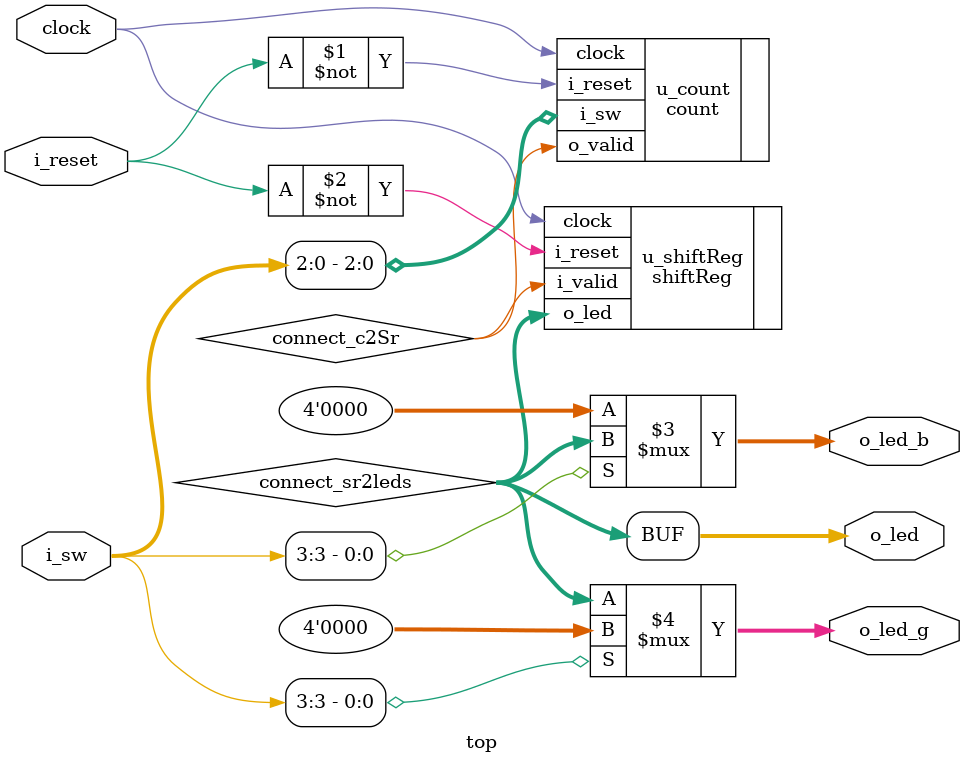
<source format=v>

module top
#(
    parameter NB_LEDS    = 4 ,
    parameter NB_COUNTER = 32,
    parameter NB_SW      = 4  
)
(
    output [NB_LEDS - 1 : 0] o_led  ,
    output [NB_LEDS - 1 : 0] o_led_b,
    output [NB_LEDS - 1 : 0] o_led_g,

    input  [NB_SW   - 1 : 0] i_sw   ,
    input                    i_reset,
    input                    clock 
);

    wire                   connect_c2Sr;
    wire [NB_LEDS - 1 : 0] connect_sr2leds;

    count
    #(
        .NB_COUNTER(NB_COUNTER),
        .NB_SW     (NB_SW-1   )
    )
    u_count
    (
        .o_valid(connect_c2Sr),
        .i_sw   (i_sw[NB_SW-2:0]),
        .i_reset(~i_reset ),
        .clock  (clock    ) 
    );

    shiftReg
    #(
        .NB_LEDS(NB_LEDS)
    )
    u_shiftReg 
    (
        .o_led  (connect_sr2leds),
        .i_valid(connect_c2Sr),
        .i_reset(~i_reset),
        .clock  (clock   )
    );

    assign o_led   = connect_sr2leds;
    assign o_led_b = (i_sw[3]) ? connect_sr2leds : 4'b0000        ;
    assign o_led_g = (i_sw[3]) ? 4'b0000         : connect_sr2leds;



endmodule
</source>
